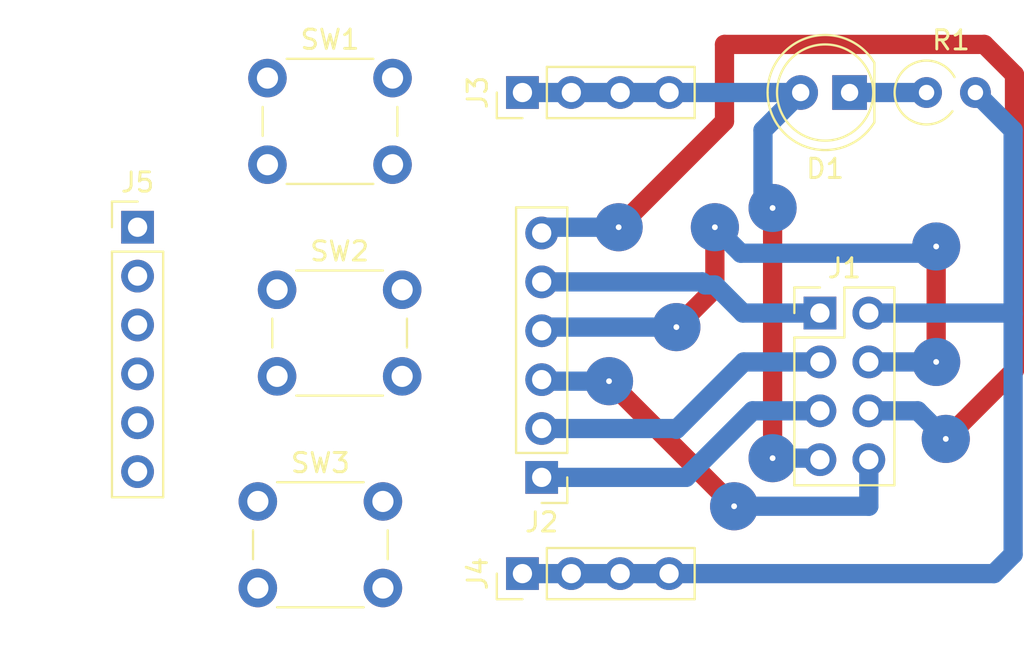
<source format=kicad_pcb>
(kicad_pcb (version 20240108) (generator "pcbnew") (generator_version "8.0")
  (layers (0 "F.Cu" signal) (31 "B.Cu" signal) (34 "B.Paste" user) (35 "F.Paste" user) (36 "B.SilkS" user "B.Silkscreen") (37 "F.SilkS" user "F.Silkscreen") (38 "B.Mask" user) (39 "F.Mask" user) (44 "Edge.Cuts" user))
  (net 0 "")
  (net 1 "Net-(D1-K)")
  (net 2 "/RST")
  (net 3 "/CH_PD_EN")
  (net 4 "/GND")
  (net 5 "/GPIO1_TX")
  (net 6 "/GPIO2")
  (net 7 "/GPIO3_RX")
  (net 8 "/GPIO0_flash")
  (net 9 "Net-(J5-Pin_4)")
  (net 12 "/VCC")
  (footprint "Connector_PinHeader_2.54mm:PinHeader_2x04_P2.54mm_Vertical" (layer "F.Cu") (at 157.96 97.46)
    (property "Reference" "J1" (at 1.27 -2.33 0) (layer "F.SilkS"))
    (property "Value" "Conn_ESP8266")
    (fp_line (start -1.33 -1.33) (end 0 -1.33) (stroke (width 0.12)) (layer "F.SilkS"))
    (fp_line (start -1.33 0) (end -1.33 -1.33) (stroke (width 0.12)) (layer "F.SilkS"))
    (fp_line (start -1.33 1.27) (end -1.33 8.95) (stroke (width 0.12)) (layer "F.SilkS"))
    (fp_line (start -1.33 1.27) (end 1.27 1.27) (stroke (width 0.12)) (layer "F.SilkS"))
    (fp_line (start -1.33 8.95) (end 3.87 8.95) (stroke (width 0.12)) (layer "F.SilkS"))
    (fp_line (start 1.27 -1.33) (end 3.87 -1.33) (stroke (width 0.12)) (layer "F.SilkS"))
    (fp_line (start 1.27 1.27) (end 1.27 -1.33) (stroke (width 0.12)) (layer "F.SilkS"))
    (fp_line (start 3.87 -1.33) (end 3.87 8.95) (stroke (width 0.12)) (layer "F.SilkS"))
    (pad "1" thru_hole rect (at 0 0) (size 1.7 1.7) (drill 1) (layers "*.Cu" "*.Mask" "In1.Cu" "In2.Cu" "In3.Cu" "In4.Cu" "In5.Cu" "In6.Cu" "In7.Cu" "In8.Cu" "In9.Cu" "In10.Cu" "In11.Cu" "In12.Cu" "In13.Cu" "In14.Cu" "In15.Cu" "In16.Cu" "In17.Cu" "In18.Cu" "In19.Cu" "In20.Cu" "In21.Cu" "In22.Cu" "In23.Cu" "In24.Cu" "In25.Cu" "In26.Cu" "In27.Cu" "In28.Cu" "In29.Cu" "In30.Cu") (net 5 "/GPIO1_TX"))
    (pad "2" thru_hole oval (at 2.54 0) (size 1.7 1.7) (drill 1) (layers "*.Cu" "*.Mask" "In1.Cu" "In2.Cu" "In3.Cu" "In4.Cu" "In5.Cu" "In6.Cu" "In7.Cu" "In8.Cu" "In9.Cu" "In10.Cu" "In11.Cu" "In12.Cu" "In13.Cu" "In14.Cu" "In15.Cu" "In16.Cu" "In17.Cu" "In18.Cu" "In19.Cu" "In20.Cu" "In21.Cu" "In22.Cu" "In23.Cu" "In24.Cu" "In25.Cu" "In26.Cu" "In27.Cu" "In28.Cu" "In29.Cu" "In30.Cu") (net 4 "/GND"))
    (pad "3" thru_hole oval (at 0 2.54) (size 1.7 1.7) (drill 1) (layers "*.Cu" "*.Mask" "In1.Cu" "In2.Cu" "In3.Cu" "In4.Cu" "In5.Cu" "In6.Cu" "In7.Cu" "In8.Cu" "In9.Cu" "In10.Cu" "In11.Cu" "In12.Cu" "In13.Cu" "In14.Cu" "In15.Cu" "In16.Cu" "In17.Cu" "In18.Cu" "In19.Cu" "In20.Cu" "In21.Cu" "In22.Cu" "In23.Cu" "In24.Cu" "In25.Cu" "In26.Cu" "In27.Cu" "In28.Cu" "In29.Cu" "In30.Cu") (net 3 "/CH_PD_EN"))
    (pad "4" thru_hole oval (at 2.54 2.54) (size 1.7 1.7) (drill 1) (layers "*.Cu" "*.Mask" "In1.Cu" "In2.Cu" "In3.Cu" "In4.Cu" "In5.Cu" "In6.Cu" "In7.Cu" "In8.Cu" "In9.Cu" "In10.Cu" "In11.Cu" "In12.Cu" "In13.Cu" "In14.Cu" "In15.Cu" "In16.Cu" "In17.Cu" "In18.Cu" "In19.Cu" "In20.Cu" "In21.Cu" "In22.Cu" "In23.Cu" "In24.Cu" "In25.Cu" "In26.Cu" "In27.Cu" "In28.Cu" "In29.Cu" "In30.Cu") (net 6 "/GPIO2"))
    (pad "5" thru_hole oval (at 0 5.08) (size 1.7 1.7) (drill 1) (layers "*.Cu" "*.Mask" "In1.Cu" "In2.Cu" "In3.Cu" "In4.Cu" "In5.Cu" "In6.Cu" "In7.Cu" "In8.Cu" "In9.Cu" "In10.Cu" "In11.Cu" "In12.Cu" "In13.Cu" "In14.Cu" "In15.Cu" "In16.Cu" "In17.Cu" "In18.Cu" "In19.Cu" "In20.Cu" "In21.Cu" "In22.Cu" "In23.Cu" "In24.Cu" "In25.Cu" "In26.Cu" "In27.Cu" "In28.Cu" "In29.Cu" "In30.Cu") (net 2 "/RST"))
    (pad "6" thru_hole oval (at 2.54 5.08) (size 1.7 1.7) (drill 1) (layers "*.Cu" "*.Mask" "In1.Cu" "In2.Cu" "In3.Cu" "In4.Cu" "In5.Cu" "In6.Cu" "In7.Cu" "In8.Cu" "In9.Cu" "In10.Cu" "In11.Cu" "In12.Cu" "In13.Cu" "In14.Cu" "In15.Cu" "In16.Cu" "In17.Cu" "In18.Cu" "In19.Cu" "In20.Cu" "In21.Cu" "In22.Cu" "In23.Cu" "In24.Cu" "In25.Cu" "In26.Cu" "In27.Cu" "In28.Cu" "In29.Cu" "In30.Cu") (net 8 "/GPIO0_flash"))
    (pad "7" thru_hole oval (at 0 7.62) (size 1.7 1.7) (drill 1) (layers "*.Cu" "*.Mask" "In1.Cu" "In2.Cu" "In3.Cu" "In4.Cu" "In5.Cu" "In6.Cu" "In7.Cu" "In8.Cu" "In9.Cu" "In10.Cu" "In11.Cu" "In12.Cu" "In13.Cu" "In14.Cu" "In15.Cu" "In16.Cu" "In17.Cu" "In18.Cu" "In19.Cu" "In20.Cu" "In21.Cu" "In22.Cu" "In23.Cu" "In24.Cu" "In25.Cu" "In26.Cu" "In27.Cu" "In28.Cu" "In29.Cu" "In30.Cu") (net 12 "/VCC"))
    (pad "8" thru_hole oval (at 2.54 7.62) (size 1.7 1.7) (drill 1) (layers "*.Cu" "*.Mask" "In1.Cu" "In2.Cu" "In3.Cu" "In4.Cu" "In5.Cu" "In6.Cu" "In7.Cu" "In8.Cu" "In9.Cu" "In10.Cu" "In11.Cu" "In12.Cu" "In13.Cu" "In14.Cu" "In15.Cu" "In16.Cu" "In17.Cu" "In18.Cu" "In19.Cu" "In20.Cu" "In21.Cu" "In22.Cu" "In23.Cu" "In24.Cu" "In25.Cu" "In26.Cu" "In27.Cu" "In28.Cu" "In29.Cu" "In30.Cu") (net 7 "/GPIO3_RX"))
  )
  (footprint "Button_Switch_THT:SW_PUSH_6mm_H5mm" (layer "F.Cu") (at 129.75 96.25)
    (property "Reference" "SW2" (at 3.25 -2 0) (layer "F.SilkS"))
    (property "Value" "SW_FLASH")
    (fp_line (start -0.25 1.5) (end -0.25 3) (stroke (width 0.12)) (layer "F.SilkS"))
    (fp_line (start 1 5.5) (end 5.5 5.5) (stroke (width 0.12)) (layer "F.SilkS"))
    (fp_line (start 5.5 -1) (end 1 -1) (stroke (width 0.12)) (layer "F.SilkS"))
    (fp_line (start 6.75 3) (end 6.75 1.5) (stroke (width 0.12)) (layer "F.SilkS"))
    (pad "1" thru_hole circle (at 0 0 90) (size 2 2) (drill 1.1) (layers "*.Cu" "*.Mask" "In1.Cu" "In2.Cu" "In3.Cu" "In4.Cu" "In5.Cu" "In6.Cu" "In7.Cu" "In8.Cu" "In9.Cu" "In10.Cu" "In11.Cu" "In12.Cu" "In13.Cu" "In14.Cu" "In15.Cu" "In16.Cu" "In17.Cu" "In18.Cu" "In19.Cu" "In20.Cu" "In21.Cu" "In22.Cu" "In23.Cu" "In24.Cu" "In25.Cu" "In26.Cu" "In27.Cu" "In28.Cu" "In29.Cu" "In30.Cu") (net 4 "/GND"))
    (pad "1" thru_hole circle (at 6.5 0 90) (size 2 2) (drill 1.1) (layers "*.Cu" "*.Mask" "In1.Cu" "In2.Cu" "In3.Cu" "In4.Cu" "In5.Cu" "In6.Cu" "In7.Cu" "In8.Cu" "In9.Cu" "In10.Cu" "In11.Cu" "In12.Cu" "In13.Cu" "In14.Cu" "In15.Cu" "In16.Cu" "In17.Cu" "In18.Cu" "In19.Cu" "In20.Cu" "In21.Cu" "In22.Cu" "In23.Cu" "In24.Cu" "In25.Cu" "In26.Cu" "In27.Cu" "In28.Cu" "In29.Cu" "In30.Cu") (net 4 "/GND"))
    (pad "2" thru_hole circle (at 0 4.5 90) (size 2 2) (drill 1.1) (layers "*.Cu" "*.Mask" "In1.Cu" "In2.Cu" "In3.Cu" "In4.Cu" "In5.Cu" "In6.Cu" "In7.Cu" "In8.Cu" "In9.Cu" "In10.Cu" "In11.Cu" "In12.Cu" "In13.Cu" "In14.Cu" "In15.Cu" "In16.Cu" "In17.Cu" "In18.Cu" "In19.Cu" "In20.Cu" "In21.Cu" "In22.Cu" "In23.Cu" "In24.Cu" "In25.Cu" "In26.Cu" "In27.Cu" "In28.Cu" "In29.Cu" "In30.Cu") (net 8 "/GPIO0_flash"))
    (pad "2" thru_hole circle (at 6.5 4.5 90) (size 2 2) (drill 1.1) (layers "*.Cu" "*.Mask" "In1.Cu" "In2.Cu" "In3.Cu" "In4.Cu" "In5.Cu" "In6.Cu" "In7.Cu" "In8.Cu" "In9.Cu" "In10.Cu" "In11.Cu" "In12.Cu" "In13.Cu" "In14.Cu" "In15.Cu" "In16.Cu" "In17.Cu" "In18.Cu" "In19.Cu" "In20.Cu" "In21.Cu" "In22.Cu" "In23.Cu" "In24.Cu" "In25.Cu" "In26.Cu" "In27.Cu" "In28.Cu" "In29.Cu" "In30.Cu") (net 8 "/GPIO0_flash"))
  )
  (footprint "Connector_PinHeader_2.54mm:PinHeader_1x06_P2.54mm_Vertical" (layer "F.Cu") (at 143.5 106 180)
    (property "Reference" "J2" (at 0 -2.33 360) (layer "F.SilkS"))
    (property "Value" "Conn_FreePins")
    (fp_line (start 1.33 1.27) (end 1.33 14.03) (stroke (width 0.12)) (layer "F.SilkS"))
    (fp_line (start -1.33 14.03) (end 1.33 14.03) (stroke (width 0.12)) (layer "F.SilkS"))
    (fp_line (start -1.33 1.27) (end 1.33 1.27) (stroke (width 0.12)) (layer "F.SilkS"))
    (fp_line (start -1.33 1.27) (end -1.33 14.03) (stroke (width 0.12)) (layer "F.SilkS"))
    (fp_line (start -1.33 0) (end -1.33 -1.33) (stroke (width 0.12)) (layer "F.SilkS"))
    (fp_line (start -1.33 -1.33) (end 0 -1.33) (stroke (width 0.12)) (layer "F.SilkS"))
    (pad "1" thru_hole rect (at 0 0 180) (size 1.7 1.7) (drill 1) (layers "*.Cu" "*.Mask" "In1.Cu" "In2.Cu" "In3.Cu" "In4.Cu" "In5.Cu" "In6.Cu" "In7.Cu" "In8.Cu" "In9.Cu" "In10.Cu" "In11.Cu" "In12.Cu" "In13.Cu" "In14.Cu" "In15.Cu" "In16.Cu" "In17.Cu" "In18.Cu" "In19.Cu" "In20.Cu" "In21.Cu" "In22.Cu" "In23.Cu" "In24.Cu" "In25.Cu" "In26.Cu" "In27.Cu" "In28.Cu" "In29.Cu" "In30.Cu") (net 2 "/RST"))
    (pad "2" thru_hole oval (at 0 2.54 180) (size 1.7 1.7) (drill 1) (layers "*.Cu" "*.Mask" "In1.Cu" "In2.Cu" "In3.Cu" "In4.Cu" "In5.Cu" "In6.Cu" "In7.Cu" "In8.Cu" "In9.Cu" "In10.Cu" "In11.Cu" "In12.Cu" "In13.Cu" "In14.Cu" "In15.Cu" "In16.Cu" "In17.Cu" "In18.Cu" "In19.Cu" "In20.Cu" "In21.Cu" "In22.Cu" "In23.Cu" "In24.Cu" "In25.Cu" "In26.Cu" "In27.Cu" "In28.Cu" "In29.Cu" "In30.Cu") (net 3 "/CH_PD_EN"))
    (pad "3" thru_hole oval (at 0 5.08 180) (size 1.7 1.7) (drill 1) (layers "*.Cu" "*.Mask" "In1.Cu" "In2.Cu" "In3.Cu" "In4.Cu" "In5.Cu" "In6.Cu" "In7.Cu" "In8.Cu" "In9.Cu" "In10.Cu" "In11.Cu" "In12.Cu" "In13.Cu" "In14.Cu" "In15.Cu" "In16.Cu" "In17.Cu" "In18.Cu" "In19.Cu" "In20.Cu" "In21.Cu" "In22.Cu" "In23.Cu" "In24.Cu" "In25.Cu" "In26.Cu" "In27.Cu" "In28.Cu" "In29.Cu" "In30.Cu") (net 7 "/GPIO3_RX"))
    (pad "4" thru_hole oval (at 0 7.62 180) (size 1.7 1.7) (drill 1) (layers "*.Cu" "*.Mask" "In1.Cu" "In2.Cu" "In3.Cu" "In4.Cu" "In5.Cu" "In6.Cu" "In7.Cu" "In8.Cu" "In9.Cu" "In10.Cu" "In11.Cu" "In12.Cu" "In13.Cu" "In14.Cu" "In15.Cu" "In16.Cu" "In17.Cu" "In18.Cu" "In19.Cu" "In20.Cu" "In21.Cu" "In22.Cu" "In23.Cu" "In24.Cu" "In25.Cu" "In26.Cu" "In27.Cu" "In28.Cu" "In29.Cu" "In30.Cu") (net 6 "/GPIO2"))
    (pad "5" thru_hole oval (at 0 10.16 180) (size 1.7 1.7) (drill 1) (layers "*.Cu" "*.Mask" "In1.Cu" "In2.Cu" "In3.Cu" "In4.Cu" "In5.Cu" "In6.Cu" "In7.Cu" "In8.Cu" "In9.Cu" "In10.Cu" "In11.Cu" "In12.Cu" "In13.Cu" "In14.Cu" "In15.Cu" "In16.Cu" "In17.Cu" "In18.Cu" "In19.Cu" "In20.Cu" "In21.Cu" "In22.Cu" "In23.Cu" "In24.Cu" "In25.Cu" "In26.Cu" "In27.Cu" "In28.Cu" "In29.Cu" "In30.Cu") (net 5 "/GPIO1_TX"))
    (pad "6" thru_hole oval (at 0 12.7 180) (size 1.7 1.7) (drill 1) (layers "*.Cu" "*.Mask" "In1.Cu" "In2.Cu" "In3.Cu" "In4.Cu" "In5.Cu" "In6.Cu" "In7.Cu" "In8.Cu" "In9.Cu" "In10.Cu" "In11.Cu" "In12.Cu" "In13.Cu" "In14.Cu" "In15.Cu" "In16.Cu" "In17.Cu" "In18.Cu" "In19.Cu" "In20.Cu" "In21.Cu" "In22.Cu" "In23.Cu" "In24.Cu" "In25.Cu" "In26.Cu" "In27.Cu" "In28.Cu" "In29.Cu" "In30.Cu") (net 8 "/GPIO0_flash"))
  )
  (footprint "Resistor_THT:R_Axial_DIN0309_L9.0mm_D3.2mm_P2.54mm_Vertical" (layer "F.Cu") (at 163.5 86)
    (property "Reference" "R1" (at 1.27 -2.72 0) (layer "F.SilkS"))
    (property "Value" "R")
    (fp_arc (start 1.344775 0.97138) (mid -1.655812 -0.101418) (end 1.453272 -0.8) (stroke (width 0.12)) (layer "F.SilkS"))
    (pad "1" thru_hole circle (at 0 0) (size 1.6 1.6) (drill 0.8) (layers "*.Cu" "*.Mask" "In1.Cu" "In2.Cu" "In3.Cu" "In4.Cu" "In5.Cu" "In6.Cu" "In7.Cu" "In8.Cu" "In9.Cu" "In10.Cu" "In11.Cu" "In12.Cu" "In13.Cu" "In14.Cu" "In15.Cu" "In16.Cu" "In17.Cu" "In18.Cu" "In19.Cu" "In20.Cu" "In21.Cu" "In22.Cu" "In23.Cu" "In24.Cu" "In25.Cu" "In26.Cu" "In27.Cu" "In28.Cu" "In29.Cu" "In30.Cu") (net 1 "Net-(D1-K)"))
    (pad "2" thru_hole oval (at 2.54 0) (size 1.6 1.6) (drill 0.8) (layers "*.Cu" "*.Mask" "In1.Cu" "In2.Cu" "In3.Cu" "In4.Cu" "In5.Cu" "In6.Cu" "In7.Cu" "In8.Cu" "In9.Cu" "In10.Cu" "In11.Cu" "In12.Cu" "In13.Cu" "In14.Cu" "In15.Cu" "In16.Cu" "In17.Cu" "In18.Cu" "In19.Cu" "In20.Cu" "In21.Cu" "In22.Cu" "In23.Cu" "In24.Cu" "In25.Cu" "In26.Cu" "In27.Cu" "In28.Cu" "In29.Cu" "In30.Cu") (net 4 "/GND"))
  )
  (footprint "Connector_PinHeader_2.54mm:PinHeader_1x06_P2.54mm_Vertical" (layer "F.Cu") (at 122.5 93)
    (property "Reference" "J5" (at 0 -2.33 0) (layer "F.SilkS"))
    (property "Value" "Conn_SerialModule")
    (fp_line (start -1.33 -1.33) (end 0 -1.33) (stroke (width 0.12)) (layer "F.SilkS"))
    (fp_line (start -1.33 0) (end -1.33 -1.33) (stroke (width 0.12)) (layer "F.SilkS"))
    (fp_line (start -1.33 1.27) (end -1.33 14.03) (stroke (width 0.12)) (layer "F.SilkS"))
    (fp_line (start -1.33 1.27) (end 1.33 1.27) (stroke (width 0.12)) (layer "F.SilkS"))
    (fp_line (start -1.33 14.03) (end 1.33 14.03) (stroke (width 0.12)) (layer "F.SilkS"))
    (fp_line (start 1.33 1.27) (end 1.33 14.03) (stroke (width 0.12)) (layer "F.SilkS"))
    (pad "1" thru_hole rect (at 0 0) (size 1.7 1.7) (drill 1) (layers "*.Cu" "*.Mask" "In1.Cu" "In2.Cu" "In3.Cu" "In4.Cu" "In5.Cu" "In6.Cu" "In7.Cu" "In8.Cu" "In9.Cu" "In10.Cu" "In11.Cu" "In12.Cu" "In13.Cu" "In14.Cu" "In15.Cu" "In16.Cu" "In17.Cu" "In18.Cu" "In19.Cu" "In20.Cu" "In21.Cu" "In22.Cu" "In23.Cu" "In24.Cu" "In25.Cu" "In26.Cu" "In27.Cu" "In28.Cu" "In29.Cu" "In30.Cu"))
    (pad "2" thru_hole oval (at 0 2.54) (size 1.7 1.7) (drill 1) (layers "*.Cu" "*.Mask" "In1.Cu" "In2.Cu" "In3.Cu" "In4.Cu" "In5.Cu" "In6.Cu" "In7.Cu" "In8.Cu" "In9.Cu" "In10.Cu" "In11.Cu" "In12.Cu" "In13.Cu" "In14.Cu" "In15.Cu" "In16.Cu" "In17.Cu" "In18.Cu" "In19.Cu" "In20.Cu" "In21.Cu" "In22.Cu" "In23.Cu" "In24.Cu" "In25.Cu" "In26.Cu" "In27.Cu" "In28.Cu" "In29.Cu" "In30.Cu") (net 5 "/GPIO1_TX"))
    (pad "3" thru_hole oval (at 0 5.08) (size 1.7 1.7) (drill 1) (layers "*.Cu" "*.Mask" "In1.Cu" "In2.Cu" "In3.Cu" "In4.Cu" "In5.Cu" "In6.Cu" "In7.Cu" "In8.Cu" "In9.Cu" "In10.Cu" "In11.Cu" "In12.Cu" "In13.Cu" "In14.Cu" "In15.Cu" "In16.Cu" "In17.Cu" "In18.Cu" "In19.Cu" "In20.Cu" "In21.Cu" "In22.Cu" "In23.Cu" "In24.Cu" "In25.Cu" "In26.Cu" "In27.Cu" "In28.Cu" "In29.Cu" "In30.Cu") (net 7 "/GPIO3_RX"))
    (pad "4" thru_hole oval (at 0 7.62) (size 1.7 1.7) (drill 1) (layers "*.Cu" "*.Mask" "In1.Cu" "In2.Cu" "In3.Cu" "In4.Cu" "In5.Cu" "In6.Cu" "In7.Cu" "In8.Cu" "In9.Cu" "In10.Cu" "In11.Cu" "In12.Cu" "In13.Cu" "In14.Cu" "In15.Cu" "In16.Cu" "In17.Cu" "In18.Cu" "In19.Cu" "In20.Cu" "In21.Cu" "In22.Cu" "In23.Cu" "In24.Cu" "In25.Cu" "In26.Cu" "In27.Cu" "In28.Cu" "In29.Cu" "In30.Cu") (net 9 "Net-(J5-Pin_4)"))
    (pad "5" thru_hole oval (at 0 10.16) (size 1.7 1.7) (drill 1) (layers "*.Cu" "*.Mask" "In1.Cu" "In2.Cu" "In3.Cu" "In4.Cu" "In5.Cu" "In6.Cu" "In7.Cu" "In8.Cu" "In9.Cu" "In10.Cu" "In11.Cu" "In12.Cu" "In13.Cu" "In14.Cu" "In15.Cu" "In16.Cu" "In17.Cu" "In18.Cu" "In19.Cu" "In20.Cu" "In21.Cu" "In22.Cu" "In23.Cu" "In24.Cu" "In25.Cu" "In26.Cu" "In27.Cu" "In28.Cu" "In29.Cu" "In30.Cu"))
    (pad "6" thru_hole oval (at 0 12.7) (size 1.7 1.7) (drill 1) (layers "*.Cu" "*.Mask" "In1.Cu" "In2.Cu" "In3.Cu" "In4.Cu" "In5.Cu" "In6.Cu" "In7.Cu" "In8.Cu" "In9.Cu" "In10.Cu" "In11.Cu" "In12.Cu" "In13.Cu" "In14.Cu" "In15.Cu" "In16.Cu" "In17.Cu" "In18.Cu" "In19.Cu" "In20.Cu" "In21.Cu" "In22.Cu" "In23.Cu" "In24.Cu" "In25.Cu" "In26.Cu" "In27.Cu" "In28.Cu" "In29.Cu" "In30.Cu") (net 4 "/GND"))
  )
  (footprint "Button_Switch_THT:SW_PUSH_6mm_H5mm" (layer "F.Cu") (at 129.25 85.25)
    (property "Reference" "SW1" (at 3.25 -2 0) (layer "F.SilkS"))
    (property "Value" "SW_USBPOWER")
    (fp_line (start -0.25 1.5) (end -0.25 3) (stroke (width 0.12)) (layer "F.SilkS"))
    (fp_line (start 1 5.5) (end 5.5 5.5) (stroke (width 0.12)) (layer "F.SilkS"))
    (fp_line (start 5.5 -1) (end 1 -1) (stroke (width 0.12)) (layer "F.SilkS"))
    (fp_line (start 6.75 3) (end 6.75 1.5) (stroke (width 0.12)) (layer "F.SilkS"))
    (pad "1" thru_hole circle (at 0 0 90) (size 2 2) (drill 1.1) (layers "*.Cu" "*.Mask" "In1.Cu" "In2.Cu" "In3.Cu" "In4.Cu" "In5.Cu" "In6.Cu" "In7.Cu" "In8.Cu" "In9.Cu" "In10.Cu" "In11.Cu" "In12.Cu" "In13.Cu" "In14.Cu" "In15.Cu" "In16.Cu" "In17.Cu" "In18.Cu" "In19.Cu" "In20.Cu" "In21.Cu" "In22.Cu" "In23.Cu" "In24.Cu" "In25.Cu" "In26.Cu" "In27.Cu" "In28.Cu" "In29.Cu" "In30.Cu") (net 9 "Net-(J5-Pin_4)"))
    (pad "1" thru_hole circle (at 6.5 0 90) (size 2 2) (drill 1.1) (layers "*.Cu" "*.Mask" "In1.Cu" "In2.Cu" "In3.Cu" "In4.Cu" "In5.Cu" "In6.Cu" "In7.Cu" "In8.Cu" "In9.Cu" "In10.Cu" "In11.Cu" "In12.Cu" "In13.Cu" "In14.Cu" "In15.Cu" "In16.Cu" "In17.Cu" "In18.Cu" "In19.Cu" "In20.Cu" "In21.Cu" "In22.Cu" "In23.Cu" "In24.Cu" "In25.Cu" "In26.Cu" "In27.Cu" "In28.Cu" "In29.Cu" "In30.Cu") (net 9 "Net-(J5-Pin_4)"))
    (pad "2" thru_hole circle (at 0 4.5 90) (size 2 2) (drill 1.1) (layers "*.Cu" "*.Mask" "In1.Cu" "In2.Cu" "In3.Cu" "In4.Cu" "In5.Cu" "In6.Cu" "In7.Cu" "In8.Cu" "In9.Cu" "In10.Cu" "In11.Cu" "In12.Cu" "In13.Cu" "In14.Cu" "In15.Cu" "In16.Cu" "In17.Cu" "In18.Cu" "In19.Cu" "In20.Cu" "In21.Cu" "In22.Cu" "In23.Cu" "In24.Cu" "In25.Cu" "In26.Cu" "In27.Cu" "In28.Cu" "In29.Cu" "In30.Cu") (net 12 "/VCC"))
    (pad "2" thru_hole circle (at 6.5 4.5 90) (size 2 2) (drill 1.1) (layers "*.Cu" "*.Mask" "In1.Cu" "In2.Cu" "In3.Cu" "In4.Cu" "In5.Cu" "In6.Cu" "In7.Cu" "In8.Cu" "In9.Cu" "In10.Cu" "In11.Cu" "In12.Cu" "In13.Cu" "In14.Cu" "In15.Cu" "In16.Cu" "In17.Cu" "In18.Cu" "In19.Cu" "In20.Cu" "In21.Cu" "In22.Cu" "In23.Cu" "In24.Cu" "In25.Cu" "In26.Cu" "In27.Cu" "In28.Cu" "In29.Cu" "In30.Cu") (net 12 "/VCC"))
  )
  (footprint "Button_Switch_THT:SW_PUSH_6mm_H5mm" (layer "F.Cu") (at 128.75 107.25)
    (property "Reference" "SW3" (at 3.25 -2 0) (layer "F.SilkS"))
    (property "Value" "SW_Reset")
    (fp_line (start -0.25 1.5) (end -0.25 3) (stroke (width 0.12)) (layer "F.SilkS"))
    (fp_line (start 1 5.5) (end 5.5 5.5) (stroke (width 0.12)) (layer "F.SilkS"))
    (fp_line (start 5.5 -1) (end 1 -1) (stroke (width 0.12)) (layer "F.SilkS"))
    (fp_line (start 6.75 3) (end 6.75 1.5) (stroke (width 0.12)) (layer "F.SilkS"))
    (pad "1" thru_hole circle (at 0 0 90) (size 2 2) (drill 1.1) (layers "*.Cu" "*.Mask" "In1.Cu" "In2.Cu" "In3.Cu" "In4.Cu" "In5.Cu" "In6.Cu" "In7.Cu" "In8.Cu" "In9.Cu" "In10.Cu" "In11.Cu" "In12.Cu" "In13.Cu" "In14.Cu" "In15.Cu" "In16.Cu" "In17.Cu" "In18.Cu" "In19.Cu" "In20.Cu" "In21.Cu" "In22.Cu" "In23.Cu" "In24.Cu" "In25.Cu" "In26.Cu" "In27.Cu" "In28.Cu" "In29.Cu" "In30.Cu") (net 4 "/GND"))
    (pad "1" thru_hole circle (at 6.5 0 90) (size 2 2) (drill 1.1) (layers "*.Cu" "*.Mask" "In1.Cu" "In2.Cu" "In3.Cu" "In4.Cu" "In5.Cu" "In6.Cu" "In7.Cu" "In8.Cu" "In9.Cu" "In10.Cu" "In11.Cu" "In12.Cu" "In13.Cu" "In14.Cu" "In15.Cu" "In16.Cu" "In17.Cu" "In18.Cu" "In19.Cu" "In20.Cu" "In21.Cu" "In22.Cu" "In23.Cu" "In24.Cu" "In25.Cu" "In26.Cu" "In27.Cu" "In28.Cu" "In29.Cu" "In30.Cu") (net 4 "/GND"))
    (pad "2" thru_hole circle (at 0 4.5 90) (size 2 2) (drill 1.1) (layers "*.Cu" "*.Mask" "In1.Cu" "In2.Cu" "In3.Cu" "In4.Cu" "In5.Cu" "In6.Cu" "In7.Cu" "In8.Cu" "In9.Cu" "In10.Cu" "In11.Cu" "In12.Cu" "In13.Cu" "In14.Cu" "In15.Cu" "In16.Cu" "In17.Cu" "In18.Cu" "In19.Cu" "In20.Cu" "In21.Cu" "In22.Cu" "In23.Cu" "In24.Cu" "In25.Cu" "In26.Cu" "In27.Cu" "In28.Cu" "In29.Cu" "In30.Cu") (net 2 "/RST"))
    (pad "2" thru_hole circle (at 6.5 4.5 90) (size 2 2) (drill 1.1) (layers "*.Cu" "*.Mask" "In1.Cu" "In2.Cu" "In3.Cu" "In4.Cu" "In5.Cu" "In6.Cu" "In7.Cu" "In8.Cu" "In9.Cu" "In10.Cu" "In11.Cu" "In12.Cu" "In13.Cu" "In14.Cu" "In15.Cu" "In16.Cu" "In17.Cu" "In18.Cu" "In19.Cu" "In20.Cu" "In21.Cu" "In22.Cu" "In23.Cu" "In24.Cu" "In25.Cu" "In26.Cu" "In27.Cu" "In28.Cu" "In29.Cu" "In30.Cu") (net 2 "/RST"))
  )
  (footprint "LED_THT:LED_D5.0mm" (layer "F.Cu") (at 159.5 86 180)
    (property "Reference" "D1" (at 1.27 -3.96 360) (layer "F.SilkS"))
    (property "Value" "LED")
    (fp_line (start -1.29 -1.545) (end -1.29 1.545) (stroke (width 0.12)) (layer "F.SilkS"))
    (fp_arc (start 4.26 0.000048) (mid 2.071756 2.880501) (end -1.29 1.54483) (stroke (width 0.12)) (layer "F.SilkS"))
    (fp_arc (start -1.29 -1.54483) (mid 2.071756 -2.880501) (end 4.26 -0.000048) (stroke (width 0.12)) (layer "F.SilkS"))
    (fp_circle (center 1.27 0) (end 3.77 0) (stroke (width 0.12)) (fill none) (layer "F.SilkS"))
    (pad "1" thru_hole rect (at 0 0 180) (size 1.8 1.8) (drill 0.9) (layers "*.Cu" "*.Mask" "In1.Cu" "In2.Cu" "In3.Cu" "In4.Cu" "In5.Cu" "In6.Cu" "In7.Cu" "In8.Cu" "In9.Cu" "In10.Cu" "In11.Cu" "In12.Cu" "In13.Cu" "In14.Cu" "In15.Cu" "In16.Cu" "In17.Cu" "In18.Cu" "In19.Cu" "In20.Cu" "In21.Cu" "In22.Cu" "In23.Cu" "In24.Cu" "In25.Cu" "In26.Cu" "In27.Cu" "In28.Cu" "In29.Cu" "In30.Cu") (net 1 "Net-(D1-K)"))
    (pad "2" thru_hole circle (at 2.54 0 180) (size 1.8 1.8) (drill 0.9) (layers "*.Cu" "*.Mask" "In1.Cu" "In2.Cu" "In3.Cu" "In4.Cu" "In5.Cu" "In6.Cu" "In7.Cu" "In8.Cu" "In9.Cu" "In10.Cu" "In11.Cu" "In12.Cu" "In13.Cu" "In14.Cu" "In15.Cu" "In16.Cu" "In17.Cu" "In18.Cu" "In19.Cu" "In20.Cu" "In21.Cu" "In22.Cu" "In23.Cu" "In24.Cu" "In25.Cu" "In26.Cu" "In27.Cu" "In28.Cu" "In29.Cu" "In30.Cu") (net 12 "/VCC"))
  )
  (footprint "Connector_PinHeader_2.54mm:PinHeader_1x04_P2.54mm_Vertical" (layer "F.Cu") (at 142.5 111 90)
    (property "Reference" "J4" (at 0 -2.33 90) (layer "F.SilkS"))
    (property "Value" "Conn_GND")
    (fp_line (start -1.33 -1.33) (end 0 -1.33) (stroke (width 0.12)) (layer "F.SilkS"))
    (fp_line (start -1.33 0) (end -1.33 -1.33) (stroke (width 0.12)) (layer "F.SilkS"))
    (fp_line (start 1.33 1.27) (end 1.33 8.95) (stroke (width 0.12)) (layer "F.SilkS"))
    (fp_line (start -1.33 1.27) (end 1.33 1.27) (stroke (width 0.12)) (layer "F.SilkS"))
    (fp_line (start -1.33 1.27) (end -1.33 8.95) (stroke (width 0.12)) (layer "F.SilkS"))
    (fp_line (start -1.33 8.95) (end 1.33 8.95) (stroke (width 0.12)) (layer "F.SilkS"))
    (pad "1" thru_hole rect (at 0 0 90) (size 1.7 1.7) (drill 1) (layers "*.Cu" "*.Mask" "In1.Cu" "In2.Cu" "In3.Cu" "In4.Cu" "In5.Cu" "In6.Cu" "In7.Cu" "In8.Cu" "In9.Cu" "In10.Cu" "In11.Cu" "In12.Cu" "In13.Cu" "In14.Cu" "In15.Cu" "In16.Cu" "In17.Cu" "In18.Cu" "In19.Cu" "In20.Cu" "In21.Cu" "In22.Cu" "In23.Cu" "In24.Cu" "In25.Cu" "In26.Cu" "In27.Cu" "In28.Cu" "In29.Cu" "In30.Cu") (net 4 "/GND"))
    (pad "2" thru_hole oval (at 0 2.54 90) (size 1.7 1.7) (drill 1) (layers "*.Cu" "*.Mask" "In1.Cu" "In2.Cu" "In3.Cu" "In4.Cu" "In5.Cu" "In6.Cu" "In7.Cu" "In8.Cu" "In9.Cu" "In10.Cu" "In11.Cu" "In12.Cu" "In13.Cu" "In14.Cu" "In15.Cu" "In16.Cu" "In17.Cu" "In18.Cu" "In19.Cu" "In20.Cu" "In21.Cu" "In22.Cu" "In23.Cu" "In24.Cu" "In25.Cu" "In26.Cu" "In27.Cu" "In28.Cu" "In29.Cu" "In30.Cu") (net 4 "/GND"))
    (pad "3" thru_hole oval (at 0 5.08 90) (size 1.7 1.7) (drill 1) (layers "*.Cu" "*.Mask" "In1.Cu" "In2.Cu" "In3.Cu" "In4.Cu" "In5.Cu" "In6.Cu" "In7.Cu" "In8.Cu" "In9.Cu" "In10.Cu" "In11.Cu" "In12.Cu" "In13.Cu" "In14.Cu" "In15.Cu" "In16.Cu" "In17.Cu" "In18.Cu" "In19.Cu" "In20.Cu" "In21.Cu" "In22.Cu" "In23.Cu" "In24.Cu" "In25.Cu" "In26.Cu" "In27.Cu" "In28.Cu" "In29.Cu" "In30.Cu") (net 4 "/GND"))
    (pad "4" thru_hole oval (at 0 7.62 90) (size 1.7 1.7) (drill 1) (layers "*.Cu" "*.Mask" "In1.Cu" "In2.Cu" "In3.Cu" "In4.Cu" "In5.Cu" "In6.Cu" "In7.Cu" "In8.Cu" "In9.Cu" "In10.Cu" "In11.Cu" "In12.Cu" "In13.Cu" "In14.Cu" "In15.Cu" "In16.Cu" "In17.Cu" "In18.Cu" "In19.Cu" "In20.Cu" "In21.Cu" "In22.Cu" "In23.Cu" "In24.Cu" "In25.Cu" "In26.Cu" "In27.Cu" "In28.Cu" "In29.Cu" "In30.Cu") (net 4 "/GND"))
  )
  (footprint "Connector_PinHeader_2.54mm:PinHeader_1x04_P2.54mm_Vertical" (layer "F.Cu") (at 142.5 86 90)
    (property "Reference" "J3" (at 0 -2.33 90) (layer "F.SilkS"))
    (property "Value" "Conn_33v")
    (fp_line (start -1.33 -1.33) (end 0 -1.33) (stroke (width 0.12)) (layer "F.SilkS"))
    (fp_line (start -1.33 0) (end -1.33 -1.33) (stroke (width 0.12)) (layer "F.SilkS"))
    (fp_line (start 1.33 1.27) (end 1.33 8.95) (stroke (width 0.12)) (layer "F.SilkS"))
    (fp_line (start -1.33 1.27) (end 1.33 1.27) (stroke (width 0.12)) (layer "F.SilkS"))
    (fp_line (start -1.33 1.27) (end -1.33 8.95) (stroke (width 0.12)) (layer "F.SilkS"))
    (fp_line (start -1.33 8.95) (end 1.33 8.95) (stroke (width 0.12)) (layer "F.SilkS"))
    (pad "1" thru_hole rect (at 0 0 90) (size 1.7 1.7) (drill 1) (layers "*.Cu" "*.Mask" "In1.Cu" "In2.Cu" "In3.Cu" "In4.Cu" "In5.Cu" "In6.Cu" "In7.Cu" "In8.Cu" "In9.Cu" "In10.Cu" "In11.Cu" "In12.Cu" "In13.Cu" "In14.Cu" "In15.Cu" "In16.Cu" "In17.Cu" "In18.Cu" "In19.Cu" "In20.Cu" "In21.Cu" "In22.Cu" "In23.Cu" "In24.Cu" "In25.Cu" "In26.Cu" "In27.Cu" "In28.Cu" "In29.Cu" "In30.Cu") (net 12 "/VCC"))
    (pad "2" thru_hole oval (at 0 2.54 90) (size 1.7 1.7) (drill 1) (layers "*.Cu" "*.Mask" "In1.Cu" "In2.Cu" "In3.Cu" "In4.Cu" "In5.Cu" "In6.Cu" "In7.Cu" "In8.Cu" "In9.Cu" "In10.Cu" "In11.Cu" "In12.Cu" "In13.Cu" "In14.Cu" "In15.Cu" "In16.Cu" "In17.Cu" "In18.Cu" "In19.Cu" "In20.Cu" "In21.Cu" "In22.Cu" "In23.Cu" "In24.Cu" "In25.Cu" "In26.Cu" "In27.Cu" "In28.Cu" "In29.Cu" "In30.Cu") (net 12 "/VCC"))
    (pad "3" thru_hole oval (at 0 5.08 90) (size 1.7 1.7) (drill 1) (layers "*.Cu" "*.Mask" "In1.Cu" "In2.Cu" "In3.Cu" "In4.Cu" "In5.Cu" "In6.Cu" "In7.Cu" "In8.Cu" "In9.Cu" "In10.Cu" "In11.Cu" "In12.Cu" "In13.Cu" "In14.Cu" "In15.Cu" "In16.Cu" "In17.Cu" "In18.Cu" "In19.Cu" "In20.Cu" "In21.Cu" "In22.Cu" "In23.Cu" "In24.Cu" "In25.Cu" "In26.Cu" "In27.Cu" "In28.Cu" "In29.Cu" "In30.Cu") (net 12 "/VCC"))
    (pad "4" thru_hole oval (at 0 7.62 90) (size 1.7 1.7) (drill 1) (layers "*.Cu" "*.Mask" "In1.Cu" "In2.Cu" "In3.Cu" "In4.Cu" "In5.Cu" "In6.Cu" "In7.Cu" "In8.Cu" "In9.Cu" "In10.Cu" "In11.Cu" "In12.Cu" "In13.Cu" "In14.Cu" "In15.Cu" "In16.Cu" "In17.Cu" "In18.Cu" "In19.Cu" "In20.Cu" "In21.Cu" "In22.Cu" "In23.Cu" "In24.Cu" "In25.Cu" "In26.Cu" "In27.Cu" "In28.Cu" "In29.Cu" "In30.Cu") (net 12 "/VCC"))
  )
  (segment (start 159.5 86) (end 163.5 86) (width 1) (layer "B.Cu") (net 1))
  (segment (start 154.46 102.54) (end 151 106) (width 1) (layer "B.Cu") (net 2))
  (segment (start 151 106) (end 143.5 106) (width 1) (layer "B.Cu") (net 2))
  (segment (start 157.96 102.54) (end 154.46 102.54) (width 1) (layer "B.Cu") (net 2))
  (segment (start 150.46 103.46) (end 143.5 103.46) (width 1) (layer "B.Cu") (net 3))
  (segment (start 154 100) (end 150.5 103.5) (width 1) (layer "B.Cu") (net 3))
  (segment (start 157.96 100) (end 154 100) (width 1) (layer "B.Cu") (net 3))
  (segment (start 150.5 103.5) (end 150.46 103.46) (width 1) (layer "B.Cu") (net 3))
  (segment (start 150.12 111) (end 167 111) (width 1) (layer "B.Cu") (net 4))
  (segment (start 168 110) (end 168 97.5) (width 1) (layer "B.Cu") (net 4))
  (segment (start 168 87.96) (end 166.04 86) (width 1) (layer "B.Cu") (net 4))
  (segment (start 142.5 111) (end 145.04 111) (width 1) (layer "B.Cu") (net 4))
  (segment (start 168 97.5) (end 168 87.96) (width 1) (layer "B.Cu") (net 4))
  (segment (start 147.58 111) (end 150.12 111) (width 1) (layer "B.Cu") (net 4))
  (segment (start 160.5 97.46) (end 167.96 97.46) (width 1) (layer "B.Cu") (net 4))
  (segment (start 167 111) (end 168 110) (width 1) (layer "B.Cu") (net 4))
  (segment (start 167.96 97.46) (end 168 97.5) (width 1) (layer "B.Cu") (net 4))
  (segment (start 145.04 111) (end 147.58 111) (width 1) (layer "B.Cu") (net 4))
  (segment (start 151.84 95.84) (end 143.5 95.84) (width 1) (layer "B.Cu") (net 5))
  (segment (start 157.96 97.46) (end 153.96 97.46) (width 1) (layer "B.Cu") (net 5))
  (segment (start 153.96 97.46) (end 152.5 96) (width 1) (layer "B.Cu") (net 5))
  (segment (start 152 96) (end 151.84 95.84) (width 1) (layer "B.Cu") (net 5))
  (segment (start 152.5 96) (end 152 96) (width 1) (layer "B.Cu") (net 5))
  (segment (start 164 100) (end 164 95) (width 1) (layer "F.Cu") (net 6))
  (segment (start 164 95) (end 164 94) (width 1) (layer "F.Cu") (net 6))
  (segment (start 152.5 96.19) (end 150.5 98.19) (width 1) (layer "F.Cu") (net 6))
  (segment (start 152.5 93) (end 152.5 96.19) (width 1) (layer "F.Cu") (net 6))
  (via (at 152.5 93) (size 2.5) (drill 0.3) (layers "F.Cu" "B.Cu") (net 6))
  (via (at 150.5 98.19) (size 2.5) (drill 0.3) (layers "F.Cu" "B.Cu") (net 6))
  (via (at 164 94) (size 2.5) (drill 0.3) (layers "F.Cu" "B.Cu") (net 6))
  (via (at 164 100) (size 2.5) (drill 0.3) (layers "F.Cu" "B.Cu") (net 6))
  (segment (start 143.69 98.19) (end 143.5 98.38) (width 1) (layer "B.Cu") (net 6))
  (segment (start 163.65 94.35) (end 153.85 94.35) (width 1) (layer "B.Cu") (net 6))
  (segment (start 164 94) (end 163.65 94.35) (width 1) (layer "B.Cu") (net 6))
  (segment (start 160.5 100) (end 164 100) (width 1) (layer "B.Cu") (net 6))
  (segment (start 153.85 94.35) (end 152.5 93) (width 1) (layer "B.Cu") (net 6))
  (segment (start 150.5 98.19) (end 143.69 98.19) (width 1) (layer "B.Cu") (net 6))
  (segment (start 153.5 107.5) (end 147 101) (width 1) (layer "F.Cu") (net 7))
  (via (at 153.5 107.5) (size 2.5) (drill 0.3) (layers "F.Cu" "B.Cu") (net 7))
  (via (at 147 101) (size 2.5) (drill 0.3) (layers "F.Cu" "B.Cu") (net 7))
  (segment (start 147 101) (end 143.58 101) (width 1) (layer "B.Cu") (net 7))
  (segment (start 160.5 107.5) (end 153.5 107.5) (width 1) (layer "B.Cu") (net 7))
  (segment (start 160.5 105.08) (end 160.5 107.5) (width 1) (layer "B.Cu") (net 7))
  (segment (start 143.58 101) (end 143.5 100.92) (width 1) (layer "B.Cu") (net 7))
  (segment (start 168.07 100.43) (end 168.07 85.07) (width 1) (layer "F.Cu") (net 8))
  (segment (start 153 83.5) (end 153 87.5) (width 1) (layer "F.Cu") (net 8))
  (segment (start 153 87.5) (end 147.5 93) (width 1) (layer "F.Cu") (net 8))
  (segment (start 164.5 104) (end 168.07 100.43) (width 1) (layer "F.Cu") (net 8))
  (segment (start 168.07 85.07) (end 166.5 83.5) (width 1) (layer "F.Cu") (net 8))
  (segment (start 166.5 83.5) (end 153 83.5) (width 1) (layer "F.Cu") (net 8))
  (via (at 164.5 104) (size 2.5) (drill 0.3) (layers "F.Cu" "B.Cu") (net 8))
  (via (at 147.5 93) (size 2.5) (drill 0.3) (layers "F.Cu" "B.Cu") (net 8))
  (segment (start 147.5 93) (end 143.8 93) (width 1) (layer "B.Cu") (net 8))
  (segment (start 143.8 93) (end 143.5 93.3) (width 1) (layer "B.Cu") (net 8))
  (segment (start 160.5 102.54) (end 163.04 102.54) (width 1) (layer "B.Cu") (net 8))
  (segment (start 163.04 102.54) (end 164.5 104) (width 1) (layer "B.Cu") (net 8))
  (segment (start 155.5 92) (end 155.5 105) (width 1) (layer "F.Cu") (net 12))
  (via (at 155.5 92) (size 2.5) (drill 0.3) (layers "F.Cu" "B.Cu") (net 12))
  (via (at 155.5 105) (size 2.5) (drill 0.3) (layers "F.Cu" "B.Cu") (net 12))
  (segment (start 150.12 86) (end 156.96 86) (width 1) (layer "B.Cu") (net 12))
  (segment (start 155.5 105) (end 157.88 105) (width 1) (layer "B.Cu") (net 12))
  (segment (start 147.58 86) (end 150.12 86) (width 1) (layer "B.Cu") (net 12))
  (segment (start 155 87.96) (end 155 92) (width 1) (layer "B.Cu") (net 12))
  (segment (start 142.5 86) (end 145.04 86) (width 1) (layer "B.Cu") (net 12))
  (segment (start 156.96 86) (end 155 87.96) (width 1) (layer "B.Cu") (net 12))
  (segment (start 155 92) (end 155.5 92) (width 1) (layer "B.Cu") (net 12))
  (segment (start 145.04 86) (end 147.58 86) (width 1) (layer "B.Cu") (net 12))
  (segment (start 157.88 105) (end 157.96 105.08) (width 1) (layer "B.Cu") (net 12))
)
</source>
